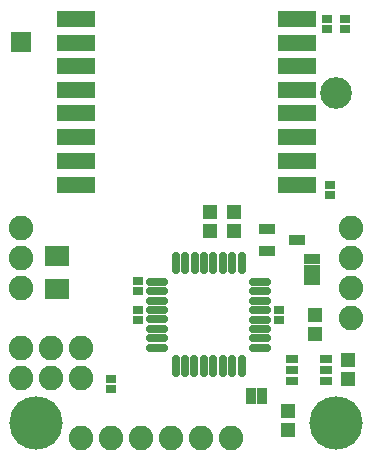
<source format=gts>
G04 ---------------------------- Layer name :TOP SOLDER LAYER*
G04 EasyEDA v5.5.15, Tue, 26 Jun 2018 10:07:45 GMT*
G04 6b00658ecf034e76a6cd097d3bdf46c6*
G04 Gerber Generator version 0.2*
G04 Scale: 100 percent, Rotated: No, Reflected: No *
G04 Dimensions in inches *
G04 leading zeros omitted , absolute positions ,2 integer and 4 decimal *
%FSLAX24Y24*%
%MOIN*%
G90*
G70D02*

%ADD14C,0.025716*%
%ADD16R,0.051310X0.047370*%
%ADD17R,0.033590X0.031620*%
%ADD18R,0.039500X0.028100*%
%ADD19R,0.051307X0.047370*%
%ADD20R,0.033000X0.058000*%
%ADD21R,0.057213X0.035559*%
%ADD22R,0.058000X0.033000*%
%ADD23R,0.078900X0.071000*%
%ADD24R,0.126100X0.055200*%
%ADD25C,0.082000*%
%ADD26R,0.070000X0.070000*%
%ADD27C,0.106000*%
%ADD28C,0.178000*%

%LPD*%
G54D14*
G01X7850Y2643D02*
G01X7850Y3116D01*
G01X7534Y2643D02*
G01X7534Y3116D01*
G01X7219Y2643D02*
G01X7219Y3116D01*
G01X6905Y2643D02*
G01X6905Y3116D01*
G01X6590Y2643D02*
G01X6590Y3116D01*
G01X6276Y2643D02*
G01X6276Y3116D01*
G01X5961Y2643D02*
G01X5961Y3116D01*
G01X5646Y2643D02*
G01X5646Y3116D01*
G01X5266Y3500D02*
G01X4793Y3500D01*
G01X5266Y3815D02*
G01X4793Y3815D01*
G01X5266Y4130D02*
G01X4793Y4130D01*
G01X5266Y4444D02*
G01X4793Y4444D01*
G01X5266Y4759D02*
G01X4793Y4759D01*
G01X5266Y5073D02*
G01X4793Y5073D01*
G01X5266Y5388D02*
G01X4793Y5388D01*
G01X5266Y5703D02*
G01X4793Y5703D01*
G01X5650Y6093D02*
G01X5650Y6566D01*
G01X5965Y6093D02*
G01X5965Y6566D01*
G01X6280Y6093D02*
G01X6280Y6566D01*
G01X6594Y6093D02*
G01X6594Y6566D01*
G01X6909Y6093D02*
G01X6909Y6566D01*
G01X7223Y6093D02*
G01X7223Y6566D01*
G01X7538Y6093D02*
G01X7538Y6566D01*
G01X7853Y6093D02*
G01X7853Y6566D01*
G01X8706Y5700D02*
G01X8233Y5700D01*
G01X8706Y5384D02*
G01X8233Y5384D01*
G01X8706Y5069D02*
G01X8233Y5069D01*
G01X8706Y4755D02*
G01X8233Y4755D01*
G01X8706Y4440D02*
G01X8233Y4440D01*
G01X8706Y4126D02*
G01X8233Y4126D01*
G01X8706Y3811D02*
G01X8233Y3811D01*
G01X8706Y3496D02*
G01X8233Y3496D01*
G54D16*
G01X6800Y7400D03*
G01X6800Y8029D03*
G54D25*
G01X11500Y6500D03*
G01X11500Y5500D03*
G01X11500Y4500D03*
G01X500Y6500D03*
G01X3500Y500D03*
G01X4500Y500D03*
G01X5500Y500D03*
G01X6500Y500D03*
G01X7500Y500D03*
G01X1500Y2500D03*
G01X2500Y2500D03*
G01X500Y3500D03*
G01X1500Y3500D03*
G01X2500Y3500D03*
G54D17*
G01X10800Y8919D03*
G01X10800Y8586D03*
G01X11300Y14469D03*
G01X11300Y14136D03*
G54D25*
G01X11500Y7500D03*
G01X500Y2500D03*
G01X500Y5500D03*
G54D18*
G01X9530Y3119D03*
G01X9530Y2748D03*
G01X9530Y2378D03*
G01X10671Y2378D03*
G01X10671Y2748D03*
G01X10671Y3119D03*
G54D19*
G01X9399Y1393D03*
G01X9399Y764D03*
G01X10299Y4593D03*
G01X10299Y3964D03*
G54D26*
G01X500Y13700D03*
G54D19*
G01X11399Y3093D03*
G01X11399Y2464D03*
G54D25*
G01X500Y7500D03*
G54D17*
G01X4400Y4769D03*
G01X4400Y4436D03*
G01X3500Y2130D03*
G01X3500Y2463D03*
G01X9100Y4430D03*
G01X9100Y4763D03*
G01X4400Y5719D03*
G01X4400Y5386D03*
G01X10700Y14469D03*
G01X10700Y14136D03*
G54D19*
G01X7600Y7405D03*
G01X7600Y8035D03*
G54D20*
G01X8530Y1900D03*
G01X8150Y1900D03*
G54D21*
G01X9692Y7100D03*
G01X8707Y6726D03*
G01X8707Y7473D03*
G54D22*
G01X10200Y5750D03*
G01X10200Y6100D03*
G01X10200Y6450D03*
G54D23*
G01X1703Y5450D03*
G01X1703Y6550D03*
G54D24*
G01X9682Y11309D03*
G01X9682Y10519D03*
G01X9682Y9730D03*
G01X9682Y8940D03*
G01X9682Y12090D03*
G01X9682Y12880D03*
G01X9682Y13669D03*
G01X9682Y14459D03*
G01X2323Y14459D03*
G01X2323Y13669D03*
G01X2323Y12880D03*
G01X2323Y12090D03*
G01X2323Y11309D03*
G01X2323Y10519D03*
G01X2323Y9730D03*
G01X2323Y8940D03*
G54D25*
G01X2500Y500D03*
G54D27*
G01X11000Y12000D03*
G54D28*
G01X11000Y1000D03*
G01X1000Y1000D03*
M00*
M02*

</source>
